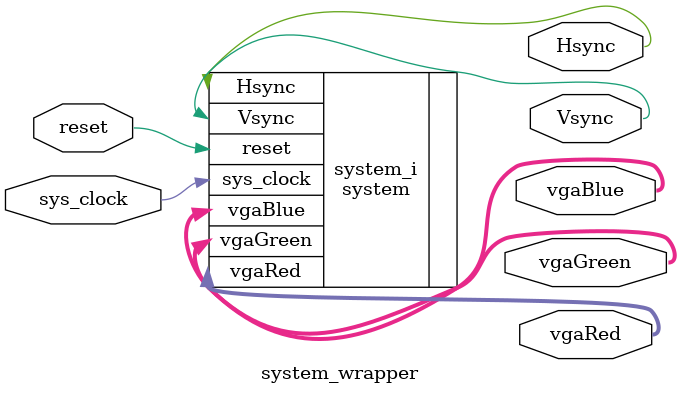
<source format=v>
`timescale 1 ps / 1 ps

module system_wrapper
   (Hsync,
    Vsync,
    reset,
    sys_clock,
    vgaBlue,
    vgaGreen,
    vgaRed);
  output Hsync;
  output Vsync;
  input reset;
  input sys_clock;
  output [3:0]vgaBlue;
  output [3:0]vgaGreen;
  output [3:0]vgaRed;

  wire Hsync;
  wire Vsync;
  wire reset;
  wire sys_clock;
  wire [3:0]vgaBlue;
  wire [3:0]vgaGreen;
  wire [3:0]vgaRed;

  system system_i
       (.Hsync(Hsync),
        .Vsync(Vsync),
        .reset(reset),
        .sys_clock(sys_clock),
        .vgaBlue(vgaBlue),
        .vgaGreen(vgaGreen),
        .vgaRed(vgaRed));
endmodule

</source>
